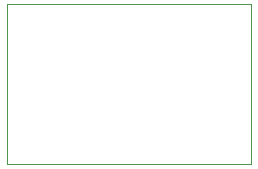
<source format=gbr>
G04 (created by PCBNEW (2013-07-07 BZR 4022)-stable) date 9/11/2014 4:32:56 PM*
%MOIN*%
G04 Gerber Fmt 3.4, Leading zero omitted, Abs format*
%FSLAX34Y34*%
G01*
G70*
G90*
G04 APERTURE LIST*
%ADD10C,0.00590551*%
%ADD11C,0.00393701*%
G04 APERTURE END LIST*
G54D10*
G54D11*
X77066Y-60328D02*
X85216Y-60328D01*
X77066Y-55010D02*
X77066Y-60355D01*
X85216Y-55010D02*
X77066Y-55010D01*
X85216Y-60330D02*
X85216Y-55010D01*
M02*

</source>
